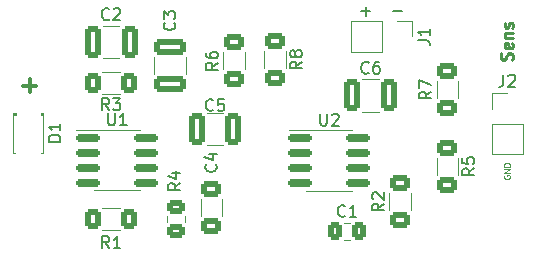
<source format=gto>
G04 #@! TF.GenerationSoftware,KiCad,Pcbnew,(6.0.9)*
G04 #@! TF.CreationDate,2022-11-30T14:59:24+01:00*
G04 #@! TF.ProjectId,Sensor,53656e73-6f72-42e6-9b69-6361645f7063,rev?*
G04 #@! TF.SameCoordinates,Original*
G04 #@! TF.FileFunction,Legend,Top*
G04 #@! TF.FilePolarity,Positive*
%FSLAX46Y46*%
G04 Gerber Fmt 4.6, Leading zero omitted, Abs format (unit mm)*
G04 Created by KiCad (PCBNEW (6.0.9)) date 2022-11-30 14:59:24*
%MOMM*%
%LPD*%
G01*
G04 APERTURE LIST*
G04 Aperture macros list*
%AMRoundRect*
0 Rectangle with rounded corners*
0 $1 Rounding radius*
0 $2 $3 $4 $5 $6 $7 $8 $9 X,Y pos of 4 corners*
0 Add a 4 corners polygon primitive as box body*
4,1,4,$2,$3,$4,$5,$6,$7,$8,$9,$2,$3,0*
0 Add four circle primitives for the rounded corners*
1,1,$1+$1,$2,$3*
1,1,$1+$1,$4,$5*
1,1,$1+$1,$6,$7*
1,1,$1+$1,$8,$9*
0 Add four rect primitives between the rounded corners*
20,1,$1+$1,$2,$3,$4,$5,0*
20,1,$1+$1,$4,$5,$6,$7,0*
20,1,$1+$1,$6,$7,$8,$9,0*
20,1,$1+$1,$8,$9,$2,$3,0*%
G04 Aperture macros list end*
%ADD10C,0.125000*%
%ADD11C,0.150000*%
%ADD12C,0.300000*%
%ADD13C,0.250000*%
%ADD14C,0.120000*%
%ADD15R,1.800000X1.800000*%
%ADD16C,1.800000*%
%ADD17RoundRect,0.150000X-0.825000X-0.150000X0.825000X-0.150000X0.825000X0.150000X-0.825000X0.150000X0*%
%ADD18O,1.700000X1.700000*%
%ADD19R,1.700000X1.700000*%
%ADD20RoundRect,0.250000X-0.625000X0.400000X-0.625000X-0.400000X0.625000X-0.400000X0.625000X0.400000X0*%
%ADD21RoundRect,0.250000X0.625000X-0.400000X0.625000X0.400000X-0.625000X0.400000X-0.625000X-0.400000X0*%
%ADD22RoundRect,0.250000X0.400000X0.625000X-0.400000X0.625000X-0.400000X-0.625000X0.400000X-0.625000X0*%
%ADD23RoundRect,0.250000X-0.337500X-0.475000X0.337500X-0.475000X0.337500X0.475000X-0.337500X0.475000X0*%
%ADD24RoundRect,0.250000X-0.475000X0.337500X-0.475000X-0.337500X0.475000X-0.337500X0.475000X0.337500X0*%
%ADD25RoundRect,0.250000X-0.400000X-0.625000X0.400000X-0.625000X0.400000X0.625000X-0.400000X0.625000X0*%
%ADD26RoundRect,0.250000X-0.412500X-1.100000X0.412500X-1.100000X0.412500X1.100000X-0.412500X1.100000X0*%
%ADD27RoundRect,0.250000X1.100000X-0.412500X1.100000X0.412500X-1.100000X0.412500X-1.100000X-0.412500X0*%
G04 APERTURE END LIST*
D10*
X154296472Y-95315952D02*
X154272662Y-95363571D01*
X154272662Y-95435000D01*
X154296472Y-95506428D01*
X154344091Y-95554047D01*
X154391710Y-95577857D01*
X154486948Y-95601666D01*
X154558376Y-95601666D01*
X154653614Y-95577857D01*
X154701233Y-95554047D01*
X154748852Y-95506428D01*
X154772662Y-95435000D01*
X154772662Y-95387380D01*
X154748852Y-95315952D01*
X154725043Y-95292142D01*
X154558376Y-95292142D01*
X154558376Y-95387380D01*
X154772662Y-95077857D02*
X154272662Y-95077857D01*
X154772662Y-94792142D01*
X154272662Y-94792142D01*
X154772662Y-94554047D02*
X154272662Y-94554047D01*
X154272662Y-94435000D01*
X154296472Y-94363571D01*
X154344091Y-94315952D01*
X154391710Y-94292142D01*
X154486948Y-94268333D01*
X154558376Y-94268333D01*
X154653614Y-94292142D01*
X154701233Y-94315952D01*
X154748852Y-94363571D01*
X154772662Y-94435000D01*
X154772662Y-94554047D01*
D11*
X144865519Y-81406428D02*
X145627424Y-81406428D01*
X142165519Y-81406428D02*
X142927424Y-81406428D01*
X142546472Y-81787380D02*
X142546472Y-81025476D01*
D12*
X113528571Y-87707142D02*
X114671428Y-87707142D01*
X114100000Y-88278571D02*
X114100000Y-87135714D01*
D13*
X154951233Y-85506428D02*
X154998852Y-85363571D01*
X154998852Y-85125476D01*
X154951233Y-85030238D01*
X154903614Y-84982619D01*
X154808376Y-84935000D01*
X154713138Y-84935000D01*
X154617900Y-84982619D01*
X154570281Y-85030238D01*
X154522662Y-85125476D01*
X154475043Y-85315952D01*
X154427424Y-85411190D01*
X154379805Y-85458809D01*
X154284567Y-85506428D01*
X154189329Y-85506428D01*
X154094091Y-85458809D01*
X154046472Y-85411190D01*
X153998852Y-85315952D01*
X153998852Y-85077857D01*
X154046472Y-84935000D01*
X154951233Y-84125476D02*
X154998852Y-84220714D01*
X154998852Y-84411190D01*
X154951233Y-84506428D01*
X154855995Y-84554047D01*
X154475043Y-84554047D01*
X154379805Y-84506428D01*
X154332186Y-84411190D01*
X154332186Y-84220714D01*
X154379805Y-84125476D01*
X154475043Y-84077857D01*
X154570281Y-84077857D01*
X154665519Y-84554047D01*
X154332186Y-83649285D02*
X154998852Y-83649285D01*
X154427424Y-83649285D02*
X154379805Y-83601666D01*
X154332186Y-83506428D01*
X154332186Y-83363571D01*
X154379805Y-83268333D01*
X154475043Y-83220714D01*
X154998852Y-83220714D01*
X154951233Y-82792142D02*
X154998852Y-82696904D01*
X154998852Y-82506428D01*
X154951233Y-82411190D01*
X154855995Y-82363571D01*
X154808376Y-82363571D01*
X154713138Y-82411190D01*
X154665519Y-82506428D01*
X154665519Y-82649285D01*
X154617900Y-82744523D01*
X154522662Y-82792142D01*
X154475043Y-82792142D01*
X154379805Y-82744523D01*
X154332186Y-82649285D01*
X154332186Y-82506428D01*
X154379805Y-82411190D01*
D11*
X116712380Y-92433095D02*
X115712380Y-92433095D01*
X115712380Y-92195000D01*
X115760000Y-92052142D01*
X115855238Y-91956904D01*
X115950476Y-91909285D01*
X116140952Y-91861666D01*
X116283809Y-91861666D01*
X116474285Y-91909285D01*
X116569523Y-91956904D01*
X116664761Y-92052142D01*
X116712380Y-92195000D01*
X116712380Y-92433095D01*
X116712380Y-90909285D02*
X116712380Y-91480714D01*
X116712380Y-91195000D02*
X115712380Y-91195000D01*
X115855238Y-91290238D01*
X115950476Y-91385476D01*
X115998095Y-91480714D01*
X120738095Y-90052380D02*
X120738095Y-90861904D01*
X120785714Y-90957142D01*
X120833333Y-91004761D01*
X120928571Y-91052380D01*
X121119047Y-91052380D01*
X121214285Y-91004761D01*
X121261904Y-90957142D01*
X121309523Y-90861904D01*
X121309523Y-90052380D01*
X122309523Y-91052380D02*
X121738095Y-91052380D01*
X122023809Y-91052380D02*
X122023809Y-90052380D01*
X121928571Y-90195238D01*
X121833333Y-90290476D01*
X121738095Y-90338095D01*
X138713095Y-90087380D02*
X138713095Y-90896904D01*
X138760714Y-90992142D01*
X138808333Y-91039761D01*
X138903571Y-91087380D01*
X139094047Y-91087380D01*
X139189285Y-91039761D01*
X139236904Y-90992142D01*
X139284523Y-90896904D01*
X139284523Y-90087380D01*
X139713095Y-90182619D02*
X139760714Y-90135000D01*
X139855952Y-90087380D01*
X140094047Y-90087380D01*
X140189285Y-90135000D01*
X140236904Y-90182619D01*
X140284523Y-90277857D01*
X140284523Y-90373095D01*
X140236904Y-90515952D01*
X139665476Y-91087380D01*
X140284523Y-91087380D01*
X154213138Y-86782380D02*
X154213138Y-87496666D01*
X154165519Y-87639523D01*
X154070281Y-87734761D01*
X153927424Y-87782380D01*
X153832186Y-87782380D01*
X154641710Y-86877619D02*
X154689329Y-86830000D01*
X154784567Y-86782380D01*
X155022662Y-86782380D01*
X155117900Y-86830000D01*
X155165519Y-86877619D01*
X155213138Y-86972857D01*
X155213138Y-87068095D01*
X155165519Y-87210952D01*
X154594091Y-87782380D01*
X155213138Y-87782380D01*
X146969880Y-83868333D02*
X147684166Y-83868333D01*
X147827023Y-83915952D01*
X147922261Y-84011190D01*
X147969880Y-84154047D01*
X147969880Y-84249285D01*
X147969880Y-82868333D02*
X147969880Y-83439761D01*
X147969880Y-83154047D02*
X146969880Y-83154047D01*
X147112738Y-83249285D01*
X147207976Y-83344523D01*
X147255595Y-83439761D01*
X137172380Y-85666666D02*
X136696190Y-86000000D01*
X137172380Y-86238095D02*
X136172380Y-86238095D01*
X136172380Y-85857142D01*
X136220000Y-85761904D01*
X136267619Y-85714285D01*
X136362857Y-85666666D01*
X136505714Y-85666666D01*
X136600952Y-85714285D01*
X136648571Y-85761904D01*
X136696190Y-85857142D01*
X136696190Y-86238095D01*
X136600952Y-85095238D02*
X136553333Y-85190476D01*
X136505714Y-85238095D01*
X136410476Y-85285714D01*
X136362857Y-85285714D01*
X136267619Y-85238095D01*
X136220000Y-85190476D01*
X136172380Y-85095238D01*
X136172380Y-84904761D01*
X136220000Y-84809523D01*
X136267619Y-84761904D01*
X136362857Y-84714285D01*
X136410476Y-84714285D01*
X136505714Y-84761904D01*
X136553333Y-84809523D01*
X136600952Y-84904761D01*
X136600952Y-85095238D01*
X136648571Y-85190476D01*
X136696190Y-85238095D01*
X136791428Y-85285714D01*
X136981904Y-85285714D01*
X137077142Y-85238095D01*
X137124761Y-85190476D01*
X137172380Y-85095238D01*
X137172380Y-84904761D01*
X137124761Y-84809523D01*
X137077142Y-84761904D01*
X136981904Y-84714285D01*
X136791428Y-84714285D01*
X136696190Y-84761904D01*
X136648571Y-84809523D01*
X136600952Y-84904761D01*
X148107380Y-88201666D02*
X147631190Y-88535000D01*
X148107380Y-88773095D02*
X147107380Y-88773095D01*
X147107380Y-88392142D01*
X147155000Y-88296904D01*
X147202619Y-88249285D01*
X147297857Y-88201666D01*
X147440714Y-88201666D01*
X147535952Y-88249285D01*
X147583571Y-88296904D01*
X147631190Y-88392142D01*
X147631190Y-88773095D01*
X147107380Y-87868333D02*
X147107380Y-87201666D01*
X148107380Y-87630238D01*
X126852380Y-95966666D02*
X126376190Y-96300000D01*
X126852380Y-96538095D02*
X125852380Y-96538095D01*
X125852380Y-96157142D01*
X125900000Y-96061904D01*
X125947619Y-96014285D01*
X126042857Y-95966666D01*
X126185714Y-95966666D01*
X126280952Y-96014285D01*
X126328571Y-96061904D01*
X126376190Y-96157142D01*
X126376190Y-96538095D01*
X126185714Y-95109523D02*
X126852380Y-95109523D01*
X125804761Y-95347619D02*
X126519047Y-95585714D01*
X126519047Y-94966666D01*
X144107380Y-97701666D02*
X143631190Y-98035000D01*
X144107380Y-98273095D02*
X143107380Y-98273095D01*
X143107380Y-97892142D01*
X143155000Y-97796904D01*
X143202619Y-97749285D01*
X143297857Y-97701666D01*
X143440714Y-97701666D01*
X143535952Y-97749285D01*
X143583571Y-97796904D01*
X143631190Y-97892142D01*
X143631190Y-98273095D01*
X143202619Y-97320714D02*
X143155000Y-97273095D01*
X143107380Y-97177857D01*
X143107380Y-96939761D01*
X143155000Y-96844523D01*
X143202619Y-96796904D01*
X143297857Y-96749285D01*
X143393095Y-96749285D01*
X143535952Y-96796904D01*
X144107380Y-97368333D01*
X144107380Y-96749285D01*
X120833333Y-89772380D02*
X120500000Y-89296190D01*
X120261904Y-89772380D02*
X120261904Y-88772380D01*
X120642857Y-88772380D01*
X120738095Y-88820000D01*
X120785714Y-88867619D01*
X120833333Y-88962857D01*
X120833333Y-89105714D01*
X120785714Y-89200952D01*
X120738095Y-89248571D01*
X120642857Y-89296190D01*
X120261904Y-89296190D01*
X121166666Y-88772380D02*
X121785714Y-88772380D01*
X121452380Y-89153333D01*
X121595238Y-89153333D01*
X121690476Y-89200952D01*
X121738095Y-89248571D01*
X121785714Y-89343809D01*
X121785714Y-89581904D01*
X121738095Y-89677142D01*
X121690476Y-89724761D01*
X121595238Y-89772380D01*
X121309523Y-89772380D01*
X121214285Y-89724761D01*
X121166666Y-89677142D01*
X151747380Y-94701666D02*
X151271190Y-95035000D01*
X151747380Y-95273095D02*
X150747380Y-95273095D01*
X150747380Y-94892142D01*
X150795000Y-94796904D01*
X150842619Y-94749285D01*
X150937857Y-94701666D01*
X151080714Y-94701666D01*
X151175952Y-94749285D01*
X151223571Y-94796904D01*
X151271190Y-94892142D01*
X151271190Y-95273095D01*
X150747380Y-93796904D02*
X150747380Y-94273095D01*
X151223571Y-94320714D01*
X151175952Y-94273095D01*
X151128333Y-94177857D01*
X151128333Y-93939761D01*
X151175952Y-93844523D01*
X151223571Y-93796904D01*
X151318809Y-93749285D01*
X151556904Y-93749285D01*
X151652142Y-93796904D01*
X151699761Y-93844523D01*
X151747380Y-93939761D01*
X151747380Y-94177857D01*
X151699761Y-94273095D01*
X151652142Y-94320714D01*
X140808333Y-98712142D02*
X140760714Y-98759761D01*
X140617857Y-98807380D01*
X140522619Y-98807380D01*
X140379761Y-98759761D01*
X140284523Y-98664523D01*
X140236904Y-98569285D01*
X140189285Y-98378809D01*
X140189285Y-98235952D01*
X140236904Y-98045476D01*
X140284523Y-97950238D01*
X140379761Y-97855000D01*
X140522619Y-97807380D01*
X140617857Y-97807380D01*
X140760714Y-97855000D01*
X140808333Y-97902619D01*
X141760714Y-98807380D02*
X141189285Y-98807380D01*
X141475000Y-98807380D02*
X141475000Y-97807380D01*
X141379761Y-97950238D01*
X141284523Y-98045476D01*
X141189285Y-98093095D01*
X130032380Y-85766666D02*
X129556190Y-86100000D01*
X130032380Y-86338095D02*
X129032380Y-86338095D01*
X129032380Y-85957142D01*
X129080000Y-85861904D01*
X129127619Y-85814285D01*
X129222857Y-85766666D01*
X129365714Y-85766666D01*
X129460952Y-85814285D01*
X129508571Y-85861904D01*
X129556190Y-85957142D01*
X129556190Y-86338095D01*
X129032380Y-84909523D02*
X129032380Y-85100000D01*
X129080000Y-85195238D01*
X129127619Y-85242857D01*
X129270476Y-85338095D01*
X129460952Y-85385714D01*
X129841904Y-85385714D01*
X129937142Y-85338095D01*
X129984761Y-85290476D01*
X130032380Y-85195238D01*
X130032380Y-85004761D01*
X129984761Y-84909523D01*
X129937142Y-84861904D01*
X129841904Y-84814285D01*
X129603809Y-84814285D01*
X129508571Y-84861904D01*
X129460952Y-84909523D01*
X129413333Y-85004761D01*
X129413333Y-85195238D01*
X129460952Y-85290476D01*
X129508571Y-85338095D01*
X129603809Y-85385714D01*
X129857142Y-94366666D02*
X129904761Y-94414285D01*
X129952380Y-94557142D01*
X129952380Y-94652380D01*
X129904761Y-94795238D01*
X129809523Y-94890476D01*
X129714285Y-94938095D01*
X129523809Y-94985714D01*
X129380952Y-94985714D01*
X129190476Y-94938095D01*
X129095238Y-94890476D01*
X129000000Y-94795238D01*
X128952380Y-94652380D01*
X128952380Y-94557142D01*
X129000000Y-94414285D01*
X129047619Y-94366666D01*
X129285714Y-93509523D02*
X129952380Y-93509523D01*
X128904761Y-93747619D02*
X129619047Y-93985714D01*
X129619047Y-93366666D01*
X120833333Y-101452380D02*
X120500000Y-100976190D01*
X120261904Y-101452380D02*
X120261904Y-100452380D01*
X120642857Y-100452380D01*
X120738095Y-100500000D01*
X120785714Y-100547619D01*
X120833333Y-100642857D01*
X120833333Y-100785714D01*
X120785714Y-100880952D01*
X120738095Y-100928571D01*
X120642857Y-100976190D01*
X120261904Y-100976190D01*
X121785714Y-101452380D02*
X121214285Y-101452380D01*
X121500000Y-101452380D02*
X121500000Y-100452380D01*
X121404761Y-100595238D01*
X121309523Y-100690476D01*
X121214285Y-100738095D01*
X142808333Y-86592142D02*
X142760714Y-86639761D01*
X142617857Y-86687380D01*
X142522619Y-86687380D01*
X142379761Y-86639761D01*
X142284523Y-86544523D01*
X142236904Y-86449285D01*
X142189285Y-86258809D01*
X142189285Y-86115952D01*
X142236904Y-85925476D01*
X142284523Y-85830238D01*
X142379761Y-85735000D01*
X142522619Y-85687380D01*
X142617857Y-85687380D01*
X142760714Y-85735000D01*
X142808333Y-85782619D01*
X143665476Y-85687380D02*
X143475000Y-85687380D01*
X143379761Y-85735000D01*
X143332142Y-85782619D01*
X143236904Y-85925476D01*
X143189285Y-86115952D01*
X143189285Y-86496904D01*
X143236904Y-86592142D01*
X143284523Y-86639761D01*
X143379761Y-86687380D01*
X143570238Y-86687380D01*
X143665476Y-86639761D01*
X143713095Y-86592142D01*
X143760714Y-86496904D01*
X143760714Y-86258809D01*
X143713095Y-86163571D01*
X143665476Y-86115952D01*
X143570238Y-86068333D01*
X143379761Y-86068333D01*
X143284523Y-86115952D01*
X143236904Y-86163571D01*
X143189285Y-86258809D01*
X129633333Y-89757142D02*
X129585714Y-89804761D01*
X129442857Y-89852380D01*
X129347619Y-89852380D01*
X129204761Y-89804761D01*
X129109523Y-89709523D01*
X129061904Y-89614285D01*
X129014285Y-89423809D01*
X129014285Y-89280952D01*
X129061904Y-89090476D01*
X129109523Y-88995238D01*
X129204761Y-88900000D01*
X129347619Y-88852380D01*
X129442857Y-88852380D01*
X129585714Y-88900000D01*
X129633333Y-88947619D01*
X130538095Y-88852380D02*
X130061904Y-88852380D01*
X130014285Y-89328571D01*
X130061904Y-89280952D01*
X130157142Y-89233333D01*
X130395238Y-89233333D01*
X130490476Y-89280952D01*
X130538095Y-89328571D01*
X130585714Y-89423809D01*
X130585714Y-89661904D01*
X130538095Y-89757142D01*
X130490476Y-89804761D01*
X130395238Y-89852380D01*
X130157142Y-89852380D01*
X130061904Y-89804761D01*
X130014285Y-89757142D01*
X126357142Y-82366666D02*
X126404761Y-82414285D01*
X126452380Y-82557142D01*
X126452380Y-82652380D01*
X126404761Y-82795238D01*
X126309523Y-82890476D01*
X126214285Y-82938095D01*
X126023809Y-82985714D01*
X125880952Y-82985714D01*
X125690476Y-82938095D01*
X125595238Y-82890476D01*
X125500000Y-82795238D01*
X125452380Y-82652380D01*
X125452380Y-82557142D01*
X125500000Y-82414285D01*
X125547619Y-82366666D01*
X125452380Y-82033333D02*
X125452380Y-81414285D01*
X125833333Y-81747619D01*
X125833333Y-81604761D01*
X125880952Y-81509523D01*
X125928571Y-81461904D01*
X126023809Y-81414285D01*
X126261904Y-81414285D01*
X126357142Y-81461904D01*
X126404761Y-81509523D01*
X126452380Y-81604761D01*
X126452380Y-81890476D01*
X126404761Y-81985714D01*
X126357142Y-82033333D01*
X120833333Y-82057142D02*
X120785714Y-82104761D01*
X120642857Y-82152380D01*
X120547619Y-82152380D01*
X120404761Y-82104761D01*
X120309523Y-82009523D01*
X120261904Y-81914285D01*
X120214285Y-81723809D01*
X120214285Y-81580952D01*
X120261904Y-81390476D01*
X120309523Y-81295238D01*
X120404761Y-81200000D01*
X120547619Y-81152380D01*
X120642857Y-81152380D01*
X120785714Y-81200000D01*
X120833333Y-81247619D01*
X121214285Y-81247619D02*
X121261904Y-81200000D01*
X121357142Y-81152380D01*
X121595238Y-81152380D01*
X121690476Y-81200000D01*
X121738095Y-81247619D01*
X121785714Y-81342857D01*
X121785714Y-81438095D01*
X121738095Y-81580952D01*
X121166666Y-82152380D01*
X121785714Y-82152380D01*
D14*
X112920000Y-90225000D02*
X112740000Y-90225000D01*
X112920000Y-89985000D02*
X112740000Y-89985000D01*
X115260000Y-89985000D02*
X115080000Y-89985000D01*
X115260000Y-90105000D02*
X115080000Y-90105000D01*
X115260000Y-89985000D02*
X115260000Y-93405000D01*
X115260000Y-93405000D02*
X115095000Y-93405000D01*
X112920000Y-90105000D02*
X112740000Y-90105000D01*
X112740000Y-89985000D02*
X112740000Y-93405000D01*
X112905000Y-93405000D02*
X112740000Y-93405000D01*
X115260000Y-90225000D02*
X115080000Y-90225000D01*
X121500000Y-96560000D02*
X119550000Y-96560000D01*
X121500000Y-96560000D02*
X123450000Y-96560000D01*
X121500000Y-91440000D02*
X118050000Y-91440000D01*
X121500000Y-91440000D02*
X123450000Y-91440000D01*
X139475000Y-91475000D02*
X141425000Y-91475000D01*
X139475000Y-96595000D02*
X141425000Y-96595000D01*
X139475000Y-91475000D02*
X136025000Y-91475000D01*
X139475000Y-96595000D02*
X137525000Y-96595000D01*
X153216472Y-90930000D02*
X155876472Y-90930000D01*
X153216472Y-89660000D02*
X153216472Y-88330000D01*
X153216472Y-90930000D02*
X153216472Y-93530000D01*
X153216472Y-93530000D02*
X155876472Y-93530000D01*
X153216472Y-88330000D02*
X154546472Y-88330000D01*
X155876472Y-90930000D02*
X155876472Y-93530000D01*
X143917500Y-82205000D02*
X141317500Y-82205000D01*
X141317500Y-82205000D02*
X141317500Y-84865000D01*
X146517500Y-82205000D02*
X146517500Y-83535000D01*
X143917500Y-82205000D02*
X143917500Y-84865000D01*
X145187500Y-82205000D02*
X146517500Y-82205000D01*
X143917500Y-84865000D02*
X141317500Y-84865000D01*
X133990000Y-84772936D02*
X133990000Y-86227064D01*
X135810000Y-84772936D02*
X135810000Y-86227064D01*
X148565000Y-88762064D02*
X148565000Y-87307936D01*
X150385000Y-88762064D02*
X150385000Y-87307936D01*
X130410000Y-98727064D02*
X130410000Y-97272936D01*
X128590000Y-98727064D02*
X128590000Y-97272936D01*
X144565000Y-98262064D02*
X144565000Y-96807936D01*
X146385000Y-98262064D02*
X146385000Y-96807936D01*
X121727064Y-86590000D02*
X120272936Y-86590000D01*
X121727064Y-88410000D02*
X120272936Y-88410000D01*
X150385000Y-93807936D02*
X150385000Y-95262064D01*
X148565000Y-93807936D02*
X148565000Y-95262064D01*
X140713748Y-100770000D02*
X141236252Y-100770000D01*
X140713748Y-99300000D02*
X141236252Y-99300000D01*
X130490000Y-86327064D02*
X130490000Y-84872936D01*
X132310000Y-86327064D02*
X132310000Y-84872936D01*
X125765000Y-98738748D02*
X125765000Y-99261252D01*
X127235000Y-98738748D02*
X127235000Y-99261252D01*
X120272936Y-99910000D02*
X121727064Y-99910000D01*
X120272936Y-98090000D02*
X121727064Y-98090000D01*
X142263748Y-89895000D02*
X143686252Y-89895000D01*
X142263748Y-87175000D02*
X143686252Y-87175000D01*
X129088748Y-90040000D02*
X130511252Y-90040000D01*
X129088748Y-92760000D02*
X130511252Y-92760000D01*
X124640000Y-86711252D02*
X124640000Y-85288748D01*
X127360000Y-86711252D02*
X127360000Y-85288748D01*
X120288748Y-82640000D02*
X121711252Y-82640000D01*
X120288748Y-85360000D02*
X121711252Y-85360000D01*
%LPC*%
D15*
X114000000Y-90425000D03*
D16*
X114000000Y-92965000D03*
D17*
X119025000Y-92095000D03*
X119025000Y-93365000D03*
X119025000Y-94635000D03*
X119025000Y-95905000D03*
X123975000Y-95905000D03*
X123975000Y-94635000D03*
X123975000Y-93365000D03*
X123975000Y-92095000D03*
X137000000Y-92130000D03*
X137000000Y-93400000D03*
X137000000Y-94670000D03*
X137000000Y-95940000D03*
X141950000Y-95940000D03*
X141950000Y-94670000D03*
X141950000Y-93400000D03*
X141950000Y-92130000D03*
D18*
X116375000Y-86450000D03*
D19*
X154546472Y-89660000D03*
D18*
X154546472Y-92200000D03*
D19*
X145187500Y-83535000D03*
D18*
X142647500Y-83535000D03*
D20*
X134900000Y-83950000D03*
X134900000Y-87050000D03*
D21*
X149475000Y-89585000D03*
X149475000Y-86485000D03*
X129500000Y-99550000D03*
X129500000Y-96450000D03*
X145475000Y-99085000D03*
X145475000Y-95985000D03*
D22*
X122550000Y-87500000D03*
X119450000Y-87500000D03*
D20*
X149475000Y-92985000D03*
X149475000Y-96085000D03*
D23*
X139937500Y-100035000D03*
X142012500Y-100035000D03*
D21*
X131400000Y-87150000D03*
X131400000Y-84050000D03*
D24*
X126500000Y-97962500D03*
X126500000Y-100037500D03*
D25*
X119450000Y-99000000D03*
X122550000Y-99000000D03*
D26*
X141412500Y-88535000D03*
X144537500Y-88535000D03*
X128237500Y-91400000D03*
X131362500Y-91400000D03*
D27*
X126000000Y-87562500D03*
X126000000Y-84437500D03*
D26*
X119437500Y-84000000D03*
X122562500Y-84000000D03*
M02*

</source>
